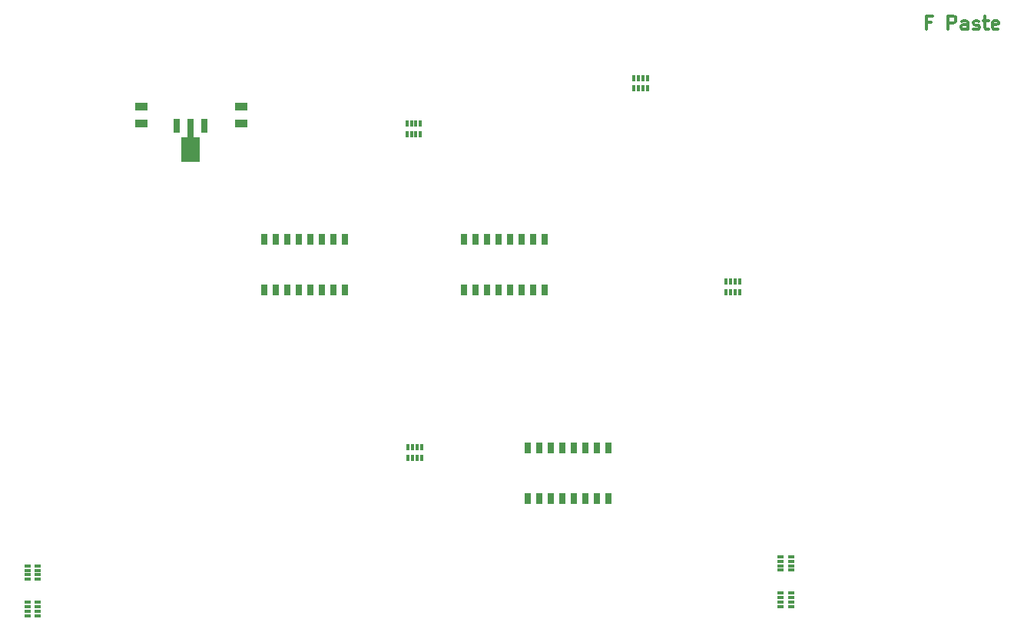
<source format=gtp>
G04 (created by PCBNEW (2013-07-07 BZR 4022)-stable) date 9/18/2013 11:59:41*
%MOIN*%
G04 Gerber Fmt 3.4, Leading zero omitted, Abs format*
%FSLAX34Y34*%
G01*
G70*
G90*
G04 APERTURE LIST*
%ADD10C,0.00590551*%
%ADD11C,0.011811*%
%ADD12R,0.0118X0.0256*%
%ADD13R,0.0256X0.0118*%
%ADD14R,0.025X0.05*%
%ADD15R,0.055X0.035*%
%ADD16R,0.0276X0.063*%
%ADD17R,0.0276X0.0827*%
%ADD18R,0.0787X0.1083*%
G04 APERTURE END LIST*
G54D10*
G54D11*
X49206Y-9555D02*
X49010Y-9555D01*
X49010Y-9865D02*
X49010Y-9274D01*
X49291Y-9274D01*
X49966Y-9865D02*
X49966Y-9274D01*
X50191Y-9274D01*
X50247Y-9302D01*
X50275Y-9330D01*
X50303Y-9386D01*
X50303Y-9471D01*
X50275Y-9527D01*
X50247Y-9555D01*
X50191Y-9583D01*
X49966Y-9583D01*
X50809Y-9865D02*
X50809Y-9555D01*
X50781Y-9499D01*
X50725Y-9471D01*
X50613Y-9471D01*
X50556Y-9499D01*
X50809Y-9836D02*
X50753Y-9865D01*
X50613Y-9865D01*
X50556Y-9836D01*
X50528Y-9780D01*
X50528Y-9724D01*
X50556Y-9668D01*
X50613Y-9640D01*
X50753Y-9640D01*
X50809Y-9611D01*
X51062Y-9836D02*
X51119Y-9865D01*
X51231Y-9865D01*
X51287Y-9836D01*
X51316Y-9780D01*
X51316Y-9752D01*
X51287Y-9696D01*
X51231Y-9668D01*
X51147Y-9668D01*
X51091Y-9640D01*
X51062Y-9583D01*
X51062Y-9555D01*
X51091Y-9499D01*
X51147Y-9471D01*
X51231Y-9471D01*
X51287Y-9499D01*
X51484Y-9471D02*
X51709Y-9471D01*
X51569Y-9274D02*
X51569Y-9780D01*
X51597Y-9836D01*
X51653Y-9865D01*
X51709Y-9865D01*
X52131Y-9836D02*
X52075Y-9865D01*
X51962Y-9865D01*
X51906Y-9836D01*
X51878Y-9780D01*
X51878Y-9555D01*
X51906Y-9499D01*
X51962Y-9471D01*
X52075Y-9471D01*
X52131Y-9499D01*
X52159Y-9555D01*
X52159Y-9611D01*
X51878Y-9668D01*
G54D12*
X26476Y-14401D03*
X26673Y-14401D03*
X26870Y-14401D03*
X27067Y-14401D03*
X27067Y-13948D03*
X26870Y-13948D03*
X26673Y-13948D03*
X26476Y-13948D03*
X36319Y-12432D03*
X36516Y-12432D03*
X36713Y-12432D03*
X36910Y-12432D03*
X36910Y-11979D03*
X36713Y-11979D03*
X36516Y-11979D03*
X36319Y-11979D03*
X26515Y-28473D03*
X26712Y-28473D03*
X26909Y-28473D03*
X27106Y-28473D03*
X27106Y-28020D03*
X26909Y-28020D03*
X26712Y-28020D03*
X26515Y-28020D03*
X40905Y-20827D03*
X40708Y-20827D03*
X40511Y-20827D03*
X40314Y-20827D03*
X40314Y-21280D03*
X40511Y-21280D03*
X40708Y-21280D03*
X40905Y-21280D03*
G54D13*
X43141Y-34940D03*
X43141Y-34743D03*
X43141Y-34546D03*
X43141Y-34349D03*
X42688Y-34349D03*
X42688Y-34546D03*
X42688Y-34743D03*
X42688Y-34940D03*
X43141Y-33365D03*
X43141Y-33168D03*
X43141Y-32971D03*
X43141Y-32774D03*
X42688Y-32774D03*
X42688Y-32971D03*
X42688Y-33168D03*
X42688Y-33365D03*
X10008Y-34744D03*
X10008Y-34941D03*
X10008Y-35138D03*
X10008Y-35335D03*
X10461Y-35335D03*
X10461Y-35138D03*
X10461Y-34941D03*
X10461Y-34744D03*
X10008Y-33169D03*
X10008Y-33366D03*
X10008Y-33563D03*
X10008Y-33760D03*
X10461Y-33760D03*
X10461Y-33563D03*
X10461Y-33366D03*
X10461Y-33169D03*
G54D14*
X32458Y-18978D03*
X31958Y-18978D03*
X31458Y-18978D03*
X30958Y-18978D03*
X30458Y-18978D03*
X29958Y-18978D03*
X29458Y-18978D03*
X28958Y-18978D03*
X28958Y-21178D03*
X29458Y-21178D03*
X29958Y-21178D03*
X30458Y-21178D03*
X30958Y-21178D03*
X31458Y-21178D03*
X31958Y-21178D03*
X32458Y-21178D03*
X31714Y-30233D03*
X32214Y-30233D03*
X32714Y-30233D03*
X33214Y-30233D03*
X33714Y-30233D03*
X34214Y-30233D03*
X34714Y-30233D03*
X35214Y-30233D03*
X35214Y-28033D03*
X34714Y-28033D03*
X34214Y-28033D03*
X33714Y-28033D03*
X33214Y-28033D03*
X32714Y-28033D03*
X32214Y-28033D03*
X31714Y-28033D03*
X23797Y-18978D03*
X23297Y-18978D03*
X22797Y-18978D03*
X22297Y-18978D03*
X21797Y-18978D03*
X21297Y-18978D03*
X20797Y-18978D03*
X20297Y-18978D03*
X20297Y-21178D03*
X20797Y-21178D03*
X21297Y-21178D03*
X21797Y-21178D03*
X22297Y-21178D03*
X22797Y-21178D03*
X23297Y-21178D03*
X23797Y-21178D03*
G54D15*
X14960Y-13957D03*
X14960Y-13207D03*
X19291Y-13957D03*
X19291Y-13207D03*
G54D16*
X17677Y-14055D03*
G54D17*
X17086Y-14153D03*
G54D16*
X16495Y-14055D03*
G54D18*
X17086Y-15098D03*
M02*

</source>
